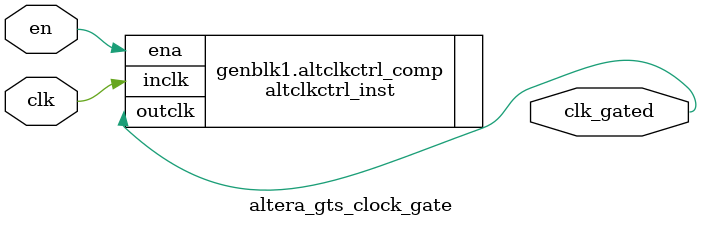
<source format=v>


`timescale 1ns / 1ps
// synthesis translate_on

module altera_gts_clock_gate #(
    parameter DEVICE_FAMILY = "Stratix 10"
) (
    input   clk,
    input   en,

    output  clk_gated

);

generate
    if (DEVICE_FAMILY == "eASIC N5X") begin
        
        eclkgate_r gate_inst ( 
            .CLKOUT ( clk_gated ), 
            .CLKIN  ( clk       ), 
            .CLKEN  ( en        ), 
            .CLKRST ( 1'b0      )
        );

    end else begin
        
        altclkctrl_inst altclkctrl_comp ( 
            .ena    ( en        ), 
            .inclk  ( clk       ), 
            .outclk ( clk_gated ) 
        );

	end

endgenerate


endmodule
</source>
